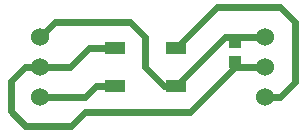
<source format=gbr>
G04 EAGLE Gerber RS-274X export*
G75*
%MOMM*%
%FSLAX34Y34*%
%LPD*%
%INTop Copper*%
%IPPOS*%
%AMOC8*
5,1,8,0,0,1.08239X$1,22.5*%
G01*
%ADD10R,1.000000X1.100000*%
%ADD11R,1.651000X1.000000*%
%ADD12C,1.524000*%
%ADD13C,0.609600*%


D10*
X190500Y72000D03*
X190500Y55000D03*
D11*
X140070Y34800D03*
X88530Y34800D03*
X88530Y66800D03*
X140070Y66800D03*
D12*
X25400Y76200D03*
X25400Y50800D03*
X25400Y25400D03*
X215900Y76200D03*
X215900Y50800D03*
X215900Y25400D03*
D13*
X38100Y88900D02*
X25400Y76200D01*
X38100Y88900D02*
X101600Y88900D01*
X114300Y76200D01*
X114300Y50800D01*
X130300Y34800D02*
X140070Y34800D01*
X130300Y34800D02*
X114300Y50800D01*
X140070Y34800D02*
X181470Y76200D01*
X190500Y76200D01*
X215900Y76200D01*
X190500Y76200D02*
X190500Y72000D01*
X50800Y50800D02*
X25400Y50800D01*
X66800Y66800D02*
X88530Y66800D01*
X66800Y66800D02*
X50800Y50800D01*
X25400Y50800D02*
X12700Y50800D01*
X508Y38608D01*
X508Y13208D01*
X12700Y1016D01*
X12700Y508D01*
X51308Y508D01*
X63500Y12700D01*
X152400Y12700D01*
X190500Y50800D01*
X215900Y50800D01*
X190500Y50800D02*
X190500Y55000D01*
X88530Y34800D02*
X72900Y34800D01*
X63500Y25400D01*
X25400Y25400D01*
X140070Y66800D02*
X174870Y101600D01*
X228600Y101600D01*
X241300Y88900D01*
X241300Y38100D02*
X228600Y25400D01*
X215900Y25400D01*
X241300Y38100D02*
X241300Y88900D01*
M02*

</source>
